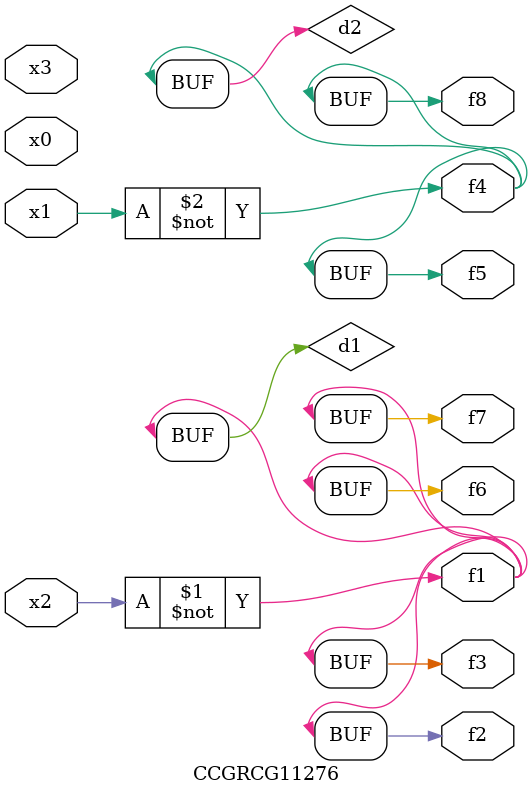
<source format=v>
module CCGRCG11276(
	input x0, x1, x2, x3,
	output f1, f2, f3, f4, f5, f6, f7, f8
);

	wire d1, d2;

	xnor (d1, x2);
	not (d2, x1);
	assign f1 = d1;
	assign f2 = d1;
	assign f3 = d1;
	assign f4 = d2;
	assign f5 = d2;
	assign f6 = d1;
	assign f7 = d1;
	assign f8 = d2;
endmodule

</source>
